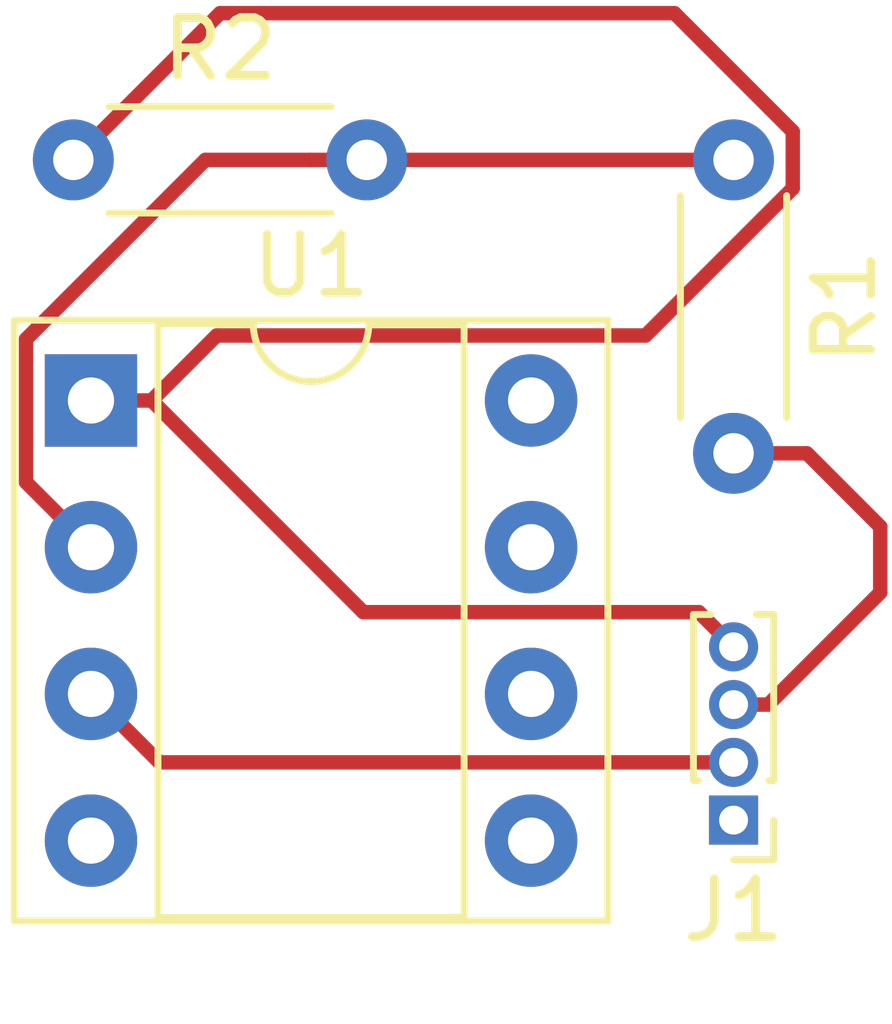
<source format=kicad_pcb>
(kicad_pcb (version 20171130) (host pcbnew 5.0.2+dfsg1-1~bpo9+1)

  (general
    (thickness 1.6)
    (drawings 0)
    (tracks 24)
    (zones 0)
    (modules 4)
    (nets 6)
  )

  (page A4)
  (layers
    (0 F.Cu signal)
    (31 B.Cu signal)
    (32 B.Adhes user)
    (33 F.Adhes user)
    (34 B.Paste user)
    (35 F.Paste user)
    (36 B.SilkS user)
    (37 F.SilkS user)
    (38 B.Mask user)
    (39 F.Mask user)
    (40 Dwgs.User user)
    (41 Cmts.User user)
    (42 Eco1.User user)
    (43 Eco2.User user)
    (44 Edge.Cuts user)
    (45 Margin user)
    (46 B.CrtYd user)
    (47 F.CrtYd user)
    (48 B.Fab user)
    (49 F.Fab user)
  )

  (setup
    (last_trace_width 0.25)
    (trace_clearance 0.2)
    (zone_clearance 0.508)
    (zone_45_only no)
    (trace_min 0.2)
    (segment_width 0.2)
    (edge_width 0.15)
    (via_size 0.8)
    (via_drill 0.4)
    (via_min_size 0.4)
    (via_min_drill 0.3)
    (uvia_size 0.3)
    (uvia_drill 0.1)
    (uvias_allowed no)
    (uvia_min_size 0.2)
    (uvia_min_drill 0.1)
    (pcb_text_width 0.3)
    (pcb_text_size 1.5 1.5)
    (mod_edge_width 0.15)
    (mod_text_size 1 1)
    (mod_text_width 0.15)
    (pad_size 1.524 1.524)
    (pad_drill 0.762)
    (pad_to_mask_clearance 0.051)
    (solder_mask_min_width 0.25)
    (aux_axis_origin 0 0)
    (visible_elements FFFFFF7F)
    (pcbplotparams
      (layerselection 0x010fc_ffffffff)
      (usegerberextensions false)
      (usegerberattributes false)
      (usegerberadvancedattributes false)
      (creategerberjobfile false)
      (excludeedgelayer true)
      (linewidth 0.100000)
      (plotframeref false)
      (viasonmask false)
      (mode 1)
      (useauxorigin false)
      (hpglpennumber 1)
      (hpglpenspeed 20)
      (hpglpendiameter 15.000000)
      (psnegative false)
      (psa4output false)
      (plotreference true)
      (plotvalue true)
      (plotinvisibletext false)
      (padsonsilk false)
      (subtractmaskfromsilk false)
      (outputformat 1)
      (mirror false)
      (drillshape 1)
      (scaleselection 1)
      (outputdirectory ""))
  )

  (net 0 "")
  (net 1 VCC)
  (net 2 GND)
  (net 3 input)
  (net 4 output)
  (net 5 "Net-(R1-Pad1)")

  (net_class Default "Esta es la clase de red por defecto."
    (clearance 0.2)
    (trace_width 0.25)
    (via_dia 0.8)
    (via_drill 0.4)
    (uvia_dia 0.3)
    (uvia_drill 0.1)
    (add_net GND)
    (add_net "Net-(R1-Pad1)")
    (add_net VCC)
    (add_net input)
    (add_net output)
  )

  (module Connector_PinHeader_1.00mm:PinHeader_1x04_P1.00mm_Vertical (layer F.Cu) (tedit 59FED738) (tstamp 5D4E93A1)
    (at 57.15 38.1 180)
    (descr "Through hole straight pin header, 1x04, 1.00mm pitch, single row")
    (tags "Through hole pin header THT 1x04 1.00mm single row")
    (path /5D40B72F)
    (fp_text reference J1 (at 0 -1.56 180) (layer F.SilkS)
      (effects (font (size 1 1) (thickness 0.15)))
    )
    (fp_text value Conn (at 0 4.56 180) (layer F.Fab)
      (effects (font (size 1 1) (thickness 0.15)))
    )
    (fp_line (start -0.3175 -0.5) (end 0.635 -0.5) (layer F.Fab) (width 0.1))
    (fp_line (start 0.635 -0.5) (end 0.635 3.5) (layer F.Fab) (width 0.1))
    (fp_line (start 0.635 3.5) (end -0.635 3.5) (layer F.Fab) (width 0.1))
    (fp_line (start -0.635 3.5) (end -0.635 -0.1825) (layer F.Fab) (width 0.1))
    (fp_line (start -0.635 -0.1825) (end -0.3175 -0.5) (layer F.Fab) (width 0.1))
    (fp_line (start -0.695 3.56) (end -0.394493 3.56) (layer F.SilkS) (width 0.12))
    (fp_line (start 0.394493 3.56) (end 0.695 3.56) (layer F.SilkS) (width 0.12))
    (fp_line (start -0.695 0.685) (end -0.695 3.56) (layer F.SilkS) (width 0.12))
    (fp_line (start 0.695 0.685) (end 0.695 3.56) (layer F.SilkS) (width 0.12))
    (fp_line (start -0.695 0.685) (end -0.608276 0.685) (layer F.SilkS) (width 0.12))
    (fp_line (start 0.608276 0.685) (end 0.695 0.685) (layer F.SilkS) (width 0.12))
    (fp_line (start -0.695 0) (end -0.695 -0.685) (layer F.SilkS) (width 0.12))
    (fp_line (start -0.695 -0.685) (end 0 -0.685) (layer F.SilkS) (width 0.12))
    (fp_line (start -1.15 -1) (end -1.15 4) (layer F.CrtYd) (width 0.05))
    (fp_line (start -1.15 4) (end 1.15 4) (layer F.CrtYd) (width 0.05))
    (fp_line (start 1.15 4) (end 1.15 -1) (layer F.CrtYd) (width 0.05))
    (fp_line (start 1.15 -1) (end -1.15 -1) (layer F.CrtYd) (width 0.05))
    (fp_text user %R (at 11.524999 2.784999 270) (layer F.Fab)
      (effects (font (size 0.76 0.76) (thickness 0.114)))
    )
    (pad 1 thru_hole rect (at 0 0 180) (size 0.85 0.85) (drill 0.5) (layers *.Cu *.Mask)
      (net 1 VCC))
    (pad 2 thru_hole oval (at 0 1 180) (size 0.85 0.85) (drill 0.5) (layers *.Cu *.Mask)
      (net 2 GND))
    (pad 3 thru_hole oval (at 0 2 180) (size 0.85 0.85) (drill 0.5) (layers *.Cu *.Mask)
      (net 3 input))
    (pad 4 thru_hole oval (at 0 3 180) (size 0.85 0.85) (drill 0.5) (layers *.Cu *.Mask)
      (net 4 output))
    (model ${KISYS3DMOD}/Connector_PinHeader_1.00mm.3dshapes/PinHeader_1x04_P1.00mm_Vertical.wrl
      (at (xyz 0 0 0))
      (scale (xyz 1 1 1))
      (rotate (xyz 0 0 0))
    )
  )

  (module Resistor_THT:R_Axial_DIN0204_L3.6mm_D1.6mm_P5.08mm_Horizontal (layer F.Cu) (tedit 5AE5139B) (tstamp 5D4E93B4)
    (at 57.15 26.67 270)
    (descr "Resistor, Axial_DIN0204 series, Axial, Horizontal, pin pitch=5.08mm, 0.167W, length*diameter=3.6*1.6mm^2, http://cdn-reichelt.de/documents/datenblatt/B400/1_4W%23YAG.pdf")
    (tags "Resistor Axial_DIN0204 series Axial Horizontal pin pitch 5.08mm 0.167W length 3.6mm diameter 1.6mm")
    (path /5D40B3FA)
    (fp_text reference R1 (at 2.54 -1.92 270) (layer F.SilkS)
      (effects (font (size 1 1) (thickness 0.15)))
    )
    (fp_text value 10k (at 2.54 1.92 270) (layer F.Fab)
      (effects (font (size 1 1) (thickness 0.15)))
    )
    (fp_text user %R (at 2.54 0 270) (layer F.Fab)
      (effects (font (size 0.72 0.72) (thickness 0.108)))
    )
    (fp_line (start 6.03 -1.05) (end -0.95 -1.05) (layer F.CrtYd) (width 0.05))
    (fp_line (start 6.03 1.05) (end 6.03 -1.05) (layer F.CrtYd) (width 0.05))
    (fp_line (start -0.95 1.05) (end 6.03 1.05) (layer F.CrtYd) (width 0.05))
    (fp_line (start -0.95 -1.05) (end -0.95 1.05) (layer F.CrtYd) (width 0.05))
    (fp_line (start 0.62 0.92) (end 4.46 0.92) (layer F.SilkS) (width 0.12))
    (fp_line (start 0.62 -0.92) (end 4.46 -0.92) (layer F.SilkS) (width 0.12))
    (fp_line (start 5.08 0) (end 4.34 0) (layer F.Fab) (width 0.1))
    (fp_line (start 0 0) (end 0.74 0) (layer F.Fab) (width 0.1))
    (fp_line (start 4.34 -0.8) (end 0.74 -0.8) (layer F.Fab) (width 0.1))
    (fp_line (start 4.34 0.8) (end 4.34 -0.8) (layer F.Fab) (width 0.1))
    (fp_line (start 0.74 0.8) (end 4.34 0.8) (layer F.Fab) (width 0.1))
    (fp_line (start 0.74 -0.8) (end 0.74 0.8) (layer F.Fab) (width 0.1))
    (pad 2 thru_hole oval (at 5.08 0 270) (size 1.4 1.4) (drill 0.7) (layers *.Cu *.Mask)
      (net 3 input))
    (pad 1 thru_hole circle (at 0 0 270) (size 1.4 1.4) (drill 0.7) (layers *.Cu *.Mask)
      (net 5 "Net-(R1-Pad1)"))
    (model ${KISYS3DMOD}/Resistor_THT.3dshapes/R_Axial_DIN0204_L3.6mm_D1.6mm_P5.08mm_Horizontal.wrl
      (at (xyz 0 0 0))
      (scale (xyz 1 1 1))
      (rotate (xyz 0 0 0))
    )
  )

  (module Resistor_THT:R_Axial_DIN0204_L3.6mm_D1.6mm_P5.08mm_Horizontal (layer F.Cu) (tedit 5AE5139B) (tstamp 5D4E93C7)
    (at 45.72 26.67)
    (descr "Resistor, Axial_DIN0204 series, Axial, Horizontal, pin pitch=5.08mm, 0.167W, length*diameter=3.6*1.6mm^2, http://cdn-reichelt.de/documents/datenblatt/B400/1_4W%23YAG.pdf")
    (tags "Resistor Axial_DIN0204 series Axial Horizontal pin pitch 5.08mm 0.167W length 3.6mm diameter 1.6mm")
    (path /5D40B37B)
    (fp_text reference R2 (at 2.54 -1.92) (layer F.SilkS)
      (effects (font (size 1 1) (thickness 0.15)))
    )
    (fp_text value 10k (at 2.54 1.92) (layer F.Fab)
      (effects (font (size 1 1) (thickness 0.15)))
    )
    (fp_line (start 0.74 -0.8) (end 0.74 0.8) (layer F.Fab) (width 0.1))
    (fp_line (start 0.74 0.8) (end 4.34 0.8) (layer F.Fab) (width 0.1))
    (fp_line (start 4.34 0.8) (end 4.34 -0.8) (layer F.Fab) (width 0.1))
    (fp_line (start 4.34 -0.8) (end 0.74 -0.8) (layer F.Fab) (width 0.1))
    (fp_line (start 0 0) (end 0.74 0) (layer F.Fab) (width 0.1))
    (fp_line (start 5.08 0) (end 4.34 0) (layer F.Fab) (width 0.1))
    (fp_line (start 0.62 -0.92) (end 4.46 -0.92) (layer F.SilkS) (width 0.12))
    (fp_line (start 0.62 0.92) (end 4.46 0.92) (layer F.SilkS) (width 0.12))
    (fp_line (start -0.95 -1.05) (end -0.95 1.05) (layer F.CrtYd) (width 0.05))
    (fp_line (start -0.95 1.05) (end 6.03 1.05) (layer F.CrtYd) (width 0.05))
    (fp_line (start 6.03 1.05) (end 6.03 -1.05) (layer F.CrtYd) (width 0.05))
    (fp_line (start 6.03 -1.05) (end -0.95 -1.05) (layer F.CrtYd) (width 0.05))
    (fp_text user %R (at 2.54 0) (layer F.Fab)
      (effects (font (size 0.72 0.72) (thickness 0.108)))
    )
    (pad 1 thru_hole circle (at 0 0) (size 1.4 1.4) (drill 0.7) (layers *.Cu *.Mask)
      (net 4 output))
    (pad 2 thru_hole oval (at 5.08 0) (size 1.4 1.4) (drill 0.7) (layers *.Cu *.Mask)
      (net 5 "Net-(R1-Pad1)"))
    (model ${KISYS3DMOD}/Resistor_THT.3dshapes/R_Axial_DIN0204_L3.6mm_D1.6mm_P5.08mm_Horizontal.wrl
      (at (xyz 0 0 0))
      (scale (xyz 1 1 1))
      (rotate (xyz 0 0 0))
    )
  )

  (module Package_DIP:DIP-8_W7.62mm_Socket (layer F.Cu) (tedit 5A02E8C5) (tstamp 5D4E93EB)
    (at 46.025001 30.835001)
    (descr "8-lead though-hole mounted DIP package, row spacing 7.62 mm (300 mils), Socket")
    (tags "THT DIP DIL PDIP 2.54mm 7.62mm 300mil Socket")
    (path /5D40B2D9)
    (fp_text reference U1 (at 3.81 -2.33) (layer F.SilkS)
      (effects (font (size 1 1) (thickness 0.15)))
    )
    (fp_text value LM358 (at 3.81 9.95) (layer F.Fab)
      (effects (font (size 1 1) (thickness 0.15)))
    )
    (fp_arc (start 3.81 -1.33) (end 2.81 -1.33) (angle -180) (layer F.SilkS) (width 0.12))
    (fp_line (start 1.635 -1.27) (end 6.985 -1.27) (layer F.Fab) (width 0.1))
    (fp_line (start 6.985 -1.27) (end 6.985 8.89) (layer F.Fab) (width 0.1))
    (fp_line (start 6.985 8.89) (end 0.635 8.89) (layer F.Fab) (width 0.1))
    (fp_line (start 0.635 8.89) (end 0.635 -0.27) (layer F.Fab) (width 0.1))
    (fp_line (start 0.635 -0.27) (end 1.635 -1.27) (layer F.Fab) (width 0.1))
    (fp_line (start -1.27 -1.33) (end -1.27 8.95) (layer F.Fab) (width 0.1))
    (fp_line (start -1.27 8.95) (end 8.89 8.95) (layer F.Fab) (width 0.1))
    (fp_line (start 8.89 8.95) (end 8.89 -1.33) (layer F.Fab) (width 0.1))
    (fp_line (start 8.89 -1.33) (end -1.27 -1.33) (layer F.Fab) (width 0.1))
    (fp_line (start 2.81 -1.33) (end 1.16 -1.33) (layer F.SilkS) (width 0.12))
    (fp_line (start 1.16 -1.33) (end 1.16 8.95) (layer F.SilkS) (width 0.12))
    (fp_line (start 1.16 8.95) (end 6.46 8.95) (layer F.SilkS) (width 0.12))
    (fp_line (start 6.46 8.95) (end 6.46 -1.33) (layer F.SilkS) (width 0.12))
    (fp_line (start 6.46 -1.33) (end 4.81 -1.33) (layer F.SilkS) (width 0.12))
    (fp_line (start -1.33 -1.39) (end -1.33 9.01) (layer F.SilkS) (width 0.12))
    (fp_line (start -1.33 9.01) (end 8.95 9.01) (layer F.SilkS) (width 0.12))
    (fp_line (start 8.95 9.01) (end 8.95 -1.39) (layer F.SilkS) (width 0.12))
    (fp_line (start 8.95 -1.39) (end -1.33 -1.39) (layer F.SilkS) (width 0.12))
    (fp_line (start -1.55 -1.6) (end -1.55 9.2) (layer F.CrtYd) (width 0.05))
    (fp_line (start -1.55 9.2) (end 9.15 9.2) (layer F.CrtYd) (width 0.05))
    (fp_line (start 9.15 9.2) (end 9.15 -1.6) (layer F.CrtYd) (width 0.05))
    (fp_line (start 9.15 -1.6) (end -1.55 -1.6) (layer F.CrtYd) (width 0.05))
    (fp_text user %R (at 3.81 3.81) (layer F.Fab)
      (effects (font (size 1 1) (thickness 0.15)))
    )
    (pad 1 thru_hole rect (at 0 0) (size 1.6 1.6) (drill 0.8) (layers *.Cu *.Mask)
      (net 4 output))
    (pad 5 thru_hole oval (at 7.62 7.62) (size 1.6 1.6) (drill 0.8) (layers *.Cu *.Mask))
    (pad 2 thru_hole oval (at 0 2.54) (size 1.6 1.6) (drill 0.8) (layers *.Cu *.Mask)
      (net 5 "Net-(R1-Pad1)"))
    (pad 6 thru_hole oval (at 7.62 5.08) (size 1.6 1.6) (drill 0.8) (layers *.Cu *.Mask))
    (pad 3 thru_hole oval (at 0 5.08) (size 1.6 1.6) (drill 0.8) (layers *.Cu *.Mask)
      (net 2 GND))
    (pad 7 thru_hole oval (at 7.62 2.54) (size 1.6 1.6) (drill 0.8) (layers *.Cu *.Mask))
    (pad 4 thru_hole oval (at 0 7.62) (size 1.6 1.6) (drill 0.8) (layers *.Cu *.Mask))
    (pad 8 thru_hole oval (at 7.62 0) (size 1.6 1.6) (drill 0.8) (layers *.Cu *.Mask))
    (model ${KISYS3DMOD}/Package_DIP.3dshapes/DIP-8_W7.62mm_Socket.wrl
      (at (xyz 0 0 0))
      (scale (xyz 1 1 1))
      (rotate (xyz 0 0 0))
    )
  )

  (segment (start 47.21 37.1) (end 46.025001 35.915001) (width 0.25) (layer F.Cu) (net 2))
  (segment (start 57.15 37.1) (end 47.21 37.1) (width 0.25) (layer F.Cu) (net 2))
  (segment (start 57.15 31.75) (end 58.42 31.75) (width 0.25) (layer F.Cu) (net 3))
  (segment (start 58.42 31.75) (end 59.69 33.02) (width 0.25) (layer F.Cu) (net 3))
  (segment (start 57.75104 36.1) (end 57.15 36.1) (width 0.25) (layer F.Cu) (net 3))
  (segment (start 59.69 34.16104) (end 57.75104 36.1) (width 0.25) (layer F.Cu) (net 3))
  (segment (start 59.69 33.02) (end 59.69 34.16104) (width 0.25) (layer F.Cu) (net 3))
  (segment (start 56.550002 34.500002) (end 50.740002 34.500002) (width 0.25) (layer F.Cu) (net 4))
  (segment (start 50.740002 34.500002) (end 47.075001 30.835001) (width 0.25) (layer F.Cu) (net 4))
  (segment (start 57.15 35.1) (end 56.550002 34.500002) (width 0.25) (layer F.Cu) (net 4))
  (segment (start 47.075001 30.835001) (end 46.025001 30.835001) (width 0.25) (layer F.Cu) (net 4))
  (segment (start 48.200002 29.71) (end 47.075001 30.835001) (width 0.25) (layer F.Cu) (net 4))
  (segment (start 55.627002 29.71) (end 48.200002 29.71) (width 0.25) (layer F.Cu) (net 4))
  (segment (start 58.175001 27.162001) (end 55.627002 29.71) (width 0.25) (layer F.Cu) (net 4))
  (segment (start 58.175001 26.177999) (end 58.175001 27.162001) (width 0.25) (layer F.Cu) (net 4))
  (segment (start 56.127002 24.13) (end 58.175001 26.177999) (width 0.25) (layer F.Cu) (net 4))
  (segment (start 48.26 24.13) (end 56.127002 24.13) (width 0.25) (layer F.Cu) (net 4))
  (segment (start 45.72 26.67) (end 48.26 24.13) (width 0.25) (layer F.Cu) (net 4))
  (segment (start 50.8 26.67) (end 57.15 26.67) (width 0.25) (layer F.Cu) (net 5))
  (segment (start 44.9 29.775) (end 48.005 26.67) (width 0.25) (layer F.Cu) (net 5))
  (segment (start 44.9 32.25) (end 44.9 29.775) (width 0.25) (layer F.Cu) (net 5))
  (segment (start 49.810051 26.67) (end 50.8 26.67) (width 0.25) (layer F.Cu) (net 5))
  (segment (start 48.005 26.67) (end 49.810051 26.67) (width 0.25) (layer F.Cu) (net 5))
  (segment (start 46.025001 33.375001) (end 44.9 32.25) (width 0.25) (layer F.Cu) (net 5))

)

</source>
